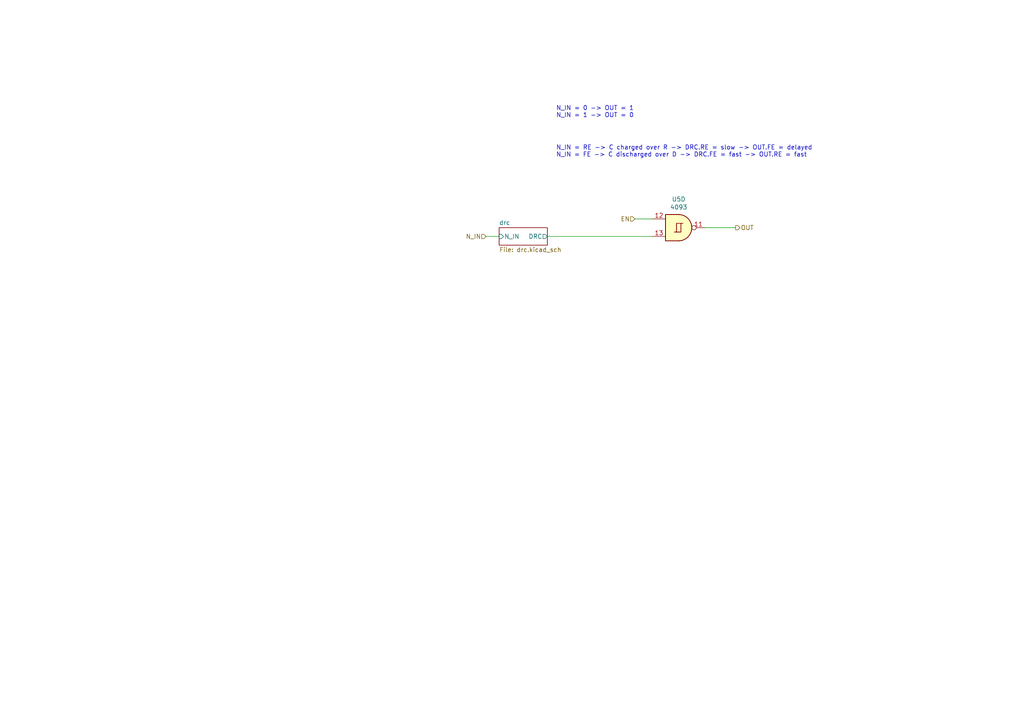
<source format=kicad_sch>
(kicad_sch (version 20211123) (generator eeschema)
  (paper "A4")
  (lib_symbols
    (symbol "4xxx:HEF4093B" (pin_names (offset 1.016))
      (property "Reference" "U" (at 0 1.27 0))
      (property "Value" "HEF4093B" (at 0 -1.27 0))
      (symbol "HEF4093B_1_0"
        (polyline (pts (xy -0.635 -1.27) (xy -0.635 1.27) (xy 0.635 1.27)))
        (polyline (pts (xy -0.635 -1.27) (xy -0.635 1.27) (xy 0.635 1.27)))
        (polyline (pts (xy -1.27 -1.27) (xy 0.635 -1.27) (xy 0.635 1.27) (xy 1.27 1.27)))
        (polyline (pts (xy -1.27 -1.27) (xy 0.635 -1.27) (xy 0.635 1.27) (xy 1.27 1.27)))
      )
      (symbol "HEF4093B_1_1"
        (arc (start 0 -3.81) (mid 3.81 0) (end 0 3.81) (stroke (width 0.254)) (fill (type background)))
        (polyline (pts (xy 0 3.81) (xy -3.81 3.81) (xy -3.81 -3.81) (xy 0 -3.81)) (stroke (width 0.254)) (fill (type background)))
        (pin input line (at -7.62 2.54 0) (length 3.81) (name "~") (number "1"))
        (pin input line (at -7.62 -2.54 0) (length 3.81) (name "~") (number "2"))
        (pin output inverted (at 7.62 0 180) (length 3.81) (name "~") (number "3"))
      )
      (symbol "HEF4093B_1_2"
        (arc (start -3.81 -3.81) (mid -2.589 0) (end -3.81 3.81) (stroke (width 0.254)))
        (arc (start -0.6096 -3.81) (mid 2.1842 -2.5851) (end 3.81 0) (stroke (width 0.254)) (fill (type background)))
        (polyline (pts (xy -3.81 -3.81) (xy -0.635 -3.81)) (stroke (width 0.254)) (fill (type background)))
        (polyline (pts (xy -3.81 3.81) (xy -0.635 3.81)) (stroke (width 0.254)) (fill (type background)))
        (polyline (pts (xy -0.635 3.81) (xy -3.81 3.81) (xy -3.81 3.81) (xy -3.556 3.4036) (xy -3.0226 2.2606) (xy -2.6924 1.0414) (xy -2.6162 -0.254) (xy -2.7686 -1.4986) (xy -3.175 -2.7178) (xy -3.81 -3.81) (xy -3.81 -3.81) (xy -0.635 -3.81)) (stroke (width -25.4)) (fill (type background)))
        (arc (start 3.81 0) (mid 2.1915 2.5936) (end -0.6096 3.81) (stroke (width 0.254)) (fill (type background)))
        (pin input inverted (at -7.62 2.54 0) (length 4.318) (name "~") (number "1"))
        (pin input inverted (at -7.62 -2.54 0) (length 4.318) (name "~") (number "2"))
        (pin output line (at 7.62 0 180) (length 3.81) (name "~") (number "3"))
      )
      (symbol "HEF4093B_2_0"
        (polyline (pts (xy -0.635 -1.27) (xy -0.635 1.27) (xy 0.635 1.27)))
        (polyline (pts (xy -0.635 -1.27) (xy -0.635 1.27) (xy 0.635 1.27)))
        (polyline (pts (xy -1.27 -1.27) (xy 0.635 -1.27) (xy 0.635 1.27) (xy 1.27 1.27)))
        (polyline (pts (xy -1.27 -1.27) (xy 0.635 -1.27) (xy 0.635 1.27) (xy 1.27 1.27)))
      )
      (symbol "HEF4093B_2_1"
        (arc (start 0 -3.81) (mid 3.81 0) (end 0 3.81) (stroke (width 0.254)) (fill (type background)))
        (polyline (pts (xy 0 3.81) (xy -3.81 3.81) (xy -3.81 -3.81) (xy 0 -3.81)) (stroke (width 0.254)) (fill (type background)))
        (pin output inverted (at 7.62 0 180) (length 3.81) (name "~") (number "4"))
        (pin input line (at -7.62 2.54 0) (length 3.81) (name "~") (number "5"))
        (pin input line (at -7.62 -2.54 0) (length 3.81) (name "~") (number "6"))
      )
      (symbol "HEF4093B_2_2"
        (arc (start -3.81 -3.81) (mid -2.589 0) (end -3.81 3.81) (stroke (width 0.254)))
        (arc (start -0.6096 -3.81) (mid 2.1842 -2.5851) (end 3.81 0) (stroke (width 0.254)) (fill (type background)))
        (polyline (pts (xy -3.81 -3.81) (xy -0.635 -3.81)) (stroke (width 0.254)) (fill (type background)))
        (polyline (pts (xy -3.81 3.81) (xy -0.635 3.81)) (stroke (width 0.254)) (fill (type background)))
        (polyline (pts (xy -0.635 3.81) (xy -3.81 3.81) (xy -3.81 3.81) (xy -3.556 3.4036) (xy -3.0226 2.2606) (xy -2.6924 1.0414) (xy -2.6162 -0.254) (xy -2.7686 -1.4986) (xy -3.175 -2.7178) (xy -3.81 -3.81) (xy -3.81 -3.81) (xy -0.635 -3.81)) (stroke (width -25.4)) (fill (type background)))
        (arc (start 3.81 0) (mid 2.1915 2.5936) (end -0.6096 3.81) (stroke (width 0.254)) (fill (type background)))
        (pin output line (at 7.62 0 180) (length 3.81) (name "~") (number "4"))
        (pin input inverted (at -7.62 2.54 0) (length 4.318) (name "~") (number "5"))
        (pin input inverted (at -7.62 -2.54 0) (length 4.318) (name "~") (number "6"))
      )
      (symbol "HEF4093B_3_0"
        (polyline (pts (xy -0.635 -1.27) (xy -0.635 1.27) (xy 0.635 1.27)))
        (polyline (pts (xy -0.635 -1.27) (xy -0.635 1.27) (xy 0.635 1.27)))
        (polyline (pts (xy -1.27 -1.27) (xy 0.635 -1.27) (xy 0.635 1.27) (xy 1.27 1.27)))
        (polyline (pts (xy -1.27 -1.27) (xy 0.635 -1.27) (xy 0.635 1.27) (xy 1.27 1.27)))
      )
      (symbol "HEF4093B_3_1"
        (arc (start 0 -3.81) (mid 3.81 0) (end 0 3.81) (stroke (width 0.254)) (fill (type background)))
        (polyline (pts (xy 0 3.81) (xy -3.81 3.81) (xy -3.81 -3.81) (xy 0 -3.81)) (stroke (width 0.254)) (fill (type background)))
        (pin output inverted (at 7.62 0 180) (length 3.81) (name "~") (number "10"))
        (pin input line (at -7.62 2.54 0) (length 3.81) (name "~") (number "8"))
        (pin input line (at -7.62 -2.54 0) (length 3.81) (name "~") (number "9"))
      )
      (symbol "HEF4093B_3_2"
        (arc (start -3.81 -3.81) (mid -2.589 0) (end -3.81 3.81) (stroke (width 0.254)))
        (arc (start -0.6096 -3.81) (mid 2.1842 -2.5851) (end 3.81 0) (stroke (width 0.254)) (fill (type background)))
        (polyline (pts (xy -3.81 -3.81) (xy -0.635 -3.81)) (stroke (width 0.254)) (fill (type background)))
        (polyline (pts (xy -3.81 3.81) (xy -0.635 3.81)) (stroke (width 0.254)) (fill (type background)))
        (polyline (pts (xy -0.635 3.81) (xy -3.81 3.81) (xy -3.81 3.81) (xy -3.556 3.4036) (xy -3.0226 2.2606) (xy -2.6924 1.0414) (xy -2.6162 -0.254) (xy -2.7686 -1.4986) (xy -3.175 -2.7178) (xy -3.81 -3.81) (xy -3.81 -3.81) (xy -0.635 -3.81)) (stroke (width -25.4)) (fill (type background)))
        (arc (start 3.81 0) (mid 2.1915 2.5936) (end -0.6096 3.81) (stroke (width 0.254)) (fill (type background)))
        (pin output line (at 7.62 0 180) (length 3.81) (name "~") (number "10"))
        (pin input inverted (at -7.62 2.54 0) (length 4.318) (name "~") (number "8"))
        (pin input inverted (at -7.62 -2.54 0) (length 4.318) (name "~") (number "9"))
      )
      (symbol "HEF4093B_4_0"
        (polyline (pts (xy -0.635 -1.27) (xy -0.635 1.27) (xy 0.635 1.27)))
        (polyline (pts (xy -0.635 -1.27) (xy -0.635 1.27) (xy 0.635 1.27)))
        (polyline (pts (xy -1.27 -1.27) (xy 0.635 -1.27) (xy 0.635 1.27) (xy 1.27 1.27)))
        (polyline (pts (xy -1.27 -1.27) (xy 0.635 -1.27) (xy 0.635 1.27) (xy 1.27 1.27)))
      )
      (symbol "HEF4093B_4_1"
        (arc (start 0 -3.81) (mid 3.81 0) (end 0 3.81) (stroke (width 0.254)) (fill (type background)))
        (polyline (pts (xy 0 3.81) (xy -3.81 3.81) (xy -3.81 -3.81) (xy 0 -3.81)) (stroke (width 0.254)) (fill (type background)))
        (pin output inverted (at 7.62 0 180) (length 3.81) (name "~") (number "11"))
        (pin input line (at -7.62 2.54 0) (length 3.81) (name "~") (number "12"))
        (pin input line (at -7.62 -2.54 0) (length 3.81) (name "~") (number "13"))
      )
      (symbol "HEF4093B_4_2"
        (arc (start -3.81 -3.81) (mid -2.589 0) (end -3.81 3.81) (stroke (width 0.254)))
        (arc (start -0.6096 -3.81) (mid 2.1842 -2.5851) (end 3.81 0) (stroke (width 0.254)) (fill (type background)))
        (polyline (pts (xy -3.81 -3.81) (xy -0.635 -3.81)) (stroke (width 0.254)) (fill (type background)))
        (polyline (pts (xy -3.81 3.81) (xy -0.635 3.81)) (stroke (width 0.254)) (fill (type background)))
        (polyline (pts (xy -0.635 3.81) (xy -3.81 3.81) (xy -3.81 3.81) (xy -3.556 3.4036) (xy -3.0226 2.2606) (xy -2.6924 1.0414) (xy -2.6162 -0.254) (xy -2.7686 -1.4986) (xy -3.175 -2.7178) (xy -3.81 -3.81) (xy -3.81 -3.81) (xy -0.635 -3.81)) (stroke (width -25.4)) (fill (type background)))
        (arc (start 3.81 0) (mid 2.1915 2.5936) (end -0.6096 3.81) (stroke (width 0.254)) (fill (type background)))
        (pin output line (at 7.62 0 180) (length 3.81) (name "~") (number "11"))
        (pin input inverted (at -7.62 2.54 0) (length 4.318) (name "~") (number "12"))
        (pin input inverted (at -7.62 -2.54 0) (length 4.318) (name "~") (number "13"))
      )
      (symbol "HEF4093B_5_0"
        (pin power_in line (at 0 12.7 270) (length 5.08) (name "VCC") (number "14"))
        (pin power_in line (at 0 -12.7 90) (length 5.08) (name "GND") (number "7"))
      )
      (symbol "HEF4093B_5_1"
        (rectangle (start -5.08 7.62) (end 5.08 -7.62) (stroke (width 0.254)) (fill (type background)))
      )
    )
  )
  (wire (pts (xy 140.97 68.58) (xy 144.78 68.58)))
  (wire (pts (xy 184.15 63.5) (xy 189.23 63.5)))
  (wire (pts (xy 213.36 66.04) (xy 204.47 66.04)))
  (wire (pts (xy 158.75 68.58) (xy 189.23 68.58)))
  (text "N_IN = RE -> C charged over R -> DRC.RE = slow -> OUT.FE = delayed\nN_IN = FE -> C discharged over D -> DRC.FE = fast -> OUT.RE = fast" (at 161.29 45.72 0) (effects (font (size 1.27 1.27)) (justify left bottom)))
  (text "N_IN = 0 -> OUT = 1\nN_IN = 1 -> OUT = 0\n" (at 161.29 34.29 0) (effects (font (size 1.27 1.27)) (justify left bottom)))
  (hierarchical_label "N_IN" (shape input) (at 140.97 68.58 180))
  (hierarchical_label "EN" (shape input) (at 184.15 63.5 180))
  (hierarchical_label "OUT" (shape output) (at 213.36 66.04 0))
  (symbol (lib_id "4xxx:HEF4093B") (at 196.85 66.04 0) (unit 4)
    (property "Reference" "U5" (at 196.85 57.785 0))
    (property "Value" "4093" (at 196.85 60.0964 0))
    (property "Footprint" "Package_DIP:DIP-14_W7.62mm" (effects hide))
    (property "Datasheet" "https://assets.nexperia.com/documents/data-sheet/HEF4093B.pdf" (effects hide))
  )
  (sheet (at 144.78 66.04) (size 13.97 5.08)
    (property "Sheet name" "drc" (at 144.78 65.3284 0) (effects (justify left bottom)))
    (property "Sheet file" "drc.kicad_sch" (at 144.78 71.7046 0) (effects (justify left top)))
    (pin "DRC" output (at 158.75 68.58 0))
    (pin "N_IN" input (at 144.78 68.58 180))
  )
)
</source>
